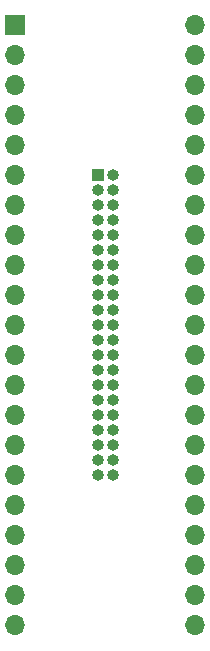
<source format=gbr>
%TF.GenerationSoftware,KiCad,Pcbnew,(6.0.7)*%
%TF.CreationDate,2022-08-07T18:45:19-07:00*%
%TF.ProjectId,DIP42-adapter,44495034-322d-4616-9461-707465722e6b,rev?*%
%TF.SameCoordinates,Original*%
%TF.FileFunction,Copper,L2,Bot*%
%TF.FilePolarity,Positive*%
%FSLAX46Y46*%
G04 Gerber Fmt 4.6, Leading zero omitted, Abs format (unit mm)*
G04 Created by KiCad (PCBNEW (6.0.7)) date 2022-08-07 18:45:19*
%MOMM*%
%LPD*%
G01*
G04 APERTURE LIST*
%TA.AperFunction,ComponentPad*%
%ADD10R,1.000000X1.000000*%
%TD*%
%TA.AperFunction,ComponentPad*%
%ADD11O,1.000000X1.000000*%
%TD*%
%TA.AperFunction,ComponentPad*%
%ADD12R,1.700000X1.700000*%
%TD*%
%TA.AperFunction,ComponentPad*%
%ADD13O,1.700000X1.700000*%
%TD*%
G04 APERTURE END LIST*
D10*
%TO.P,U1,1,Pin_1*%
%TO.N,Net-(U1-Pad1)*%
X143890000Y-68210000D03*
D11*
%TO.P,U1,2,Pin_2*%
%TO.N,Net-(U1-Pad2)*%
X143890000Y-69480000D03*
%TO.P,U1,3,Pin_3*%
%TO.N,Net-(U1-Pad3)*%
X143890000Y-70750000D03*
%TO.P,U1,4,Pin_4*%
%TO.N,Net-(U1-Pad4)*%
X143890000Y-72020000D03*
%TO.P,U1,5,Pin_5*%
%TO.N,Net-(U1-Pad5)*%
X143890000Y-73290000D03*
%TO.P,U1,6,Pin_6*%
%TO.N,Net-(U1-Pad6)*%
X143890000Y-74560000D03*
%TO.P,U1,7,Pin_7*%
%TO.N,Net-(U1-Pad7)*%
X143890000Y-75830000D03*
%TO.P,U1,8,Pin_8*%
%TO.N,Net-(U1-Pad8)*%
X143890000Y-77100000D03*
%TO.P,U1,9,Pin_9*%
%TO.N,Net-(U1-Pad9)*%
X143890000Y-78370000D03*
%TO.P,U1,10,Pin_10*%
%TO.N,Net-(U1-Pad10)*%
X143890000Y-79640000D03*
%TO.P,U1,11,Pin_11*%
%TO.N,Net-(U1-Pad11)*%
X143890000Y-80910000D03*
%TO.P,U1,12,Pin_12*%
%TO.N,Net-(U1-Pad12)*%
X143890000Y-82180000D03*
%TO.P,U1,13,Pin_13*%
%TO.N,Net-(U1-Pad13)*%
X143890000Y-83450000D03*
%TO.P,U1,14,Pin_14*%
%TO.N,Net-(U1-Pad14)*%
X143890000Y-84720000D03*
%TO.P,U1,15,Pin_15*%
%TO.N,Net-(U1-Pad15)*%
X143890000Y-85990000D03*
%TO.P,U1,16,Pin_16*%
%TO.N,Net-(U1-Pad16)*%
X143890000Y-87260000D03*
%TO.P,U1,17,Pin_17*%
%TO.N,Net-(U1-Pad17)*%
X143890000Y-88530000D03*
%TO.P,U1,18,Pin_18*%
%TO.N,Net-(U1-Pad18)*%
X143890000Y-89800000D03*
%TO.P,U1,19,Pin_19*%
%TO.N,Net-(U1-Pad19)*%
X143890000Y-91070000D03*
%TO.P,U1,20,Pin_20*%
%TO.N,Net-(U1-Pad20)*%
X143890000Y-92340000D03*
%TO.P,U1,21,Pin_21*%
%TO.N,Net-(U1-Pad21)*%
X143890000Y-93610000D03*
%TO.P,U1,22,Pin_22*%
%TO.N,Net-(U1-Pad22)*%
X145160000Y-93610000D03*
%TO.P,U1,23,Pin_23*%
%TO.N,Net-(U1-Pad23)*%
X145160000Y-92340000D03*
%TO.P,U1,24,Pin_24*%
%TO.N,Net-(U1-Pad24)*%
X145160000Y-91070000D03*
%TO.P,U1,25,Pin_25*%
%TO.N,Net-(U1-Pad25)*%
X145160000Y-89800000D03*
%TO.P,U1,26,Pin_26*%
%TO.N,Net-(U1-Pad26)*%
X145160000Y-88530000D03*
%TO.P,U1,27,Pin_27*%
%TO.N,Net-(U1-Pad27)*%
X145160000Y-87260000D03*
%TO.P,U1,28,Pin_28*%
%TO.N,Net-(U1-Pad28)*%
X145160000Y-85990000D03*
%TO.P,U1,29,Pin_29*%
%TO.N,Net-(U1-Pad29)*%
X145160000Y-84720000D03*
%TO.P,U1,30,Pin_30*%
%TO.N,Net-(U1-Pad30)*%
X145160000Y-83450000D03*
%TO.P,U1,31,Pin_31*%
%TO.N,Net-(U1-Pad31)*%
X145160000Y-82180000D03*
%TO.P,U1,32,Pin_32*%
%TO.N,Net-(U1-Pad32)*%
X145160000Y-80910000D03*
%TO.P,U1,33,Pin_33*%
%TO.N,Net-(U1-Pad33)*%
X145160000Y-79640000D03*
%TO.P,U1,34,Pin_34*%
%TO.N,Net-(U1-Pad34)*%
X145160000Y-78370000D03*
%TO.P,U1,35,Pin_35*%
%TO.N,Net-(U1-Pad35)*%
X145160000Y-77100000D03*
%TO.P,U1,36,Pin_36*%
%TO.N,Net-(U1-Pad36)*%
X145160000Y-75830000D03*
%TO.P,U1,37,Pin_37*%
%TO.N,Net-(U1-Pad37)*%
X145160000Y-74560000D03*
%TO.P,U1,38,Pin_38*%
%TO.N,Net-(U1-Pad38)*%
X145160000Y-73290000D03*
%TO.P,U1,39,Pin_39*%
%TO.N,Net-(U1-Pad39)*%
X145160000Y-72020000D03*
%TO.P,U1,40,Pin_40*%
%TO.N,Net-(U1-Pad40)*%
X145160000Y-70750000D03*
%TO.P,U1,41,Pin_41*%
%TO.N,Net-(U1-Pad41)*%
X145160000Y-69480000D03*
%TO.P,U1,42,Pin_42*%
%TO.N,Net-(U1-Pad42)*%
X145160000Y-68210000D03*
%TD*%
D12*
%TO.P,U2,1,A18*%
%TO.N,Net-(U1-Pad1)*%
X136842000Y-55508000D03*
D13*
%TO.P,U2,2,A17*%
%TO.N,Net-(U1-Pad2)*%
X136842000Y-58048000D03*
%TO.P,U2,3,A7*%
%TO.N,Net-(U1-Pad3)*%
X136842000Y-60588000D03*
%TO.P,U2,4,A6*%
%TO.N,Net-(U1-Pad4)*%
X136842000Y-63128000D03*
%TO.P,U2,5,A5*%
%TO.N,Net-(U1-Pad5)*%
X136842000Y-65668000D03*
%TO.P,U2,6,A4*%
%TO.N,Net-(U1-Pad6)*%
X136842000Y-68208000D03*
%TO.P,U2,7,A3*%
%TO.N,Net-(U1-Pad7)*%
X136842000Y-70748000D03*
%TO.P,U2,8,A2*%
%TO.N,Net-(U1-Pad8)*%
X136842000Y-73288000D03*
%TO.P,U2,9,A1*%
%TO.N,Net-(U1-Pad9)*%
X136842000Y-75828000D03*
%TO.P,U2,10,A0*%
%TO.N,Net-(U1-Pad10)*%
X136842000Y-78368000D03*
%TO.P,U2,11,~{E}*%
%TO.N,Net-(U1-Pad11)*%
X136842000Y-80908000D03*
%TO.P,U2,12,GND*%
%TO.N,Net-(U1-Pad12)*%
X136842000Y-83448000D03*
%TO.P,U2,13,~{GVPP}*%
%TO.N,Net-(U1-Pad13)*%
X136842000Y-85988000D03*
%TO.P,U2,14,D0*%
%TO.N,Net-(U1-Pad14)*%
X136842000Y-88528000D03*
%TO.P,U2,15,D8*%
%TO.N,Net-(U1-Pad15)*%
X136842000Y-91068000D03*
%TO.P,U2,16,D1*%
%TO.N,Net-(U1-Pad16)*%
X136842000Y-93608000D03*
%TO.P,U2,17,D9*%
%TO.N,Net-(U1-Pad17)*%
X136842000Y-96148000D03*
%TO.P,U2,18,D2*%
%TO.N,Net-(U1-Pad18)*%
X136842000Y-98688000D03*
%TO.P,U2,19,D10*%
%TO.N,Net-(U1-Pad19)*%
X136842000Y-101228000D03*
%TO.P,U2,20,D3*%
%TO.N,Net-(U1-Pad20)*%
X136842000Y-103768000D03*
%TO.P,U2,21,D11*%
%TO.N,Net-(U1-Pad21)*%
X136842000Y-106308000D03*
%TO.P,U2,22,VCC*%
%TO.N,Net-(U1-Pad22)*%
X152082000Y-106308000D03*
%TO.P,U2,23,D4*%
%TO.N,Net-(U1-Pad23)*%
X152082000Y-103768000D03*
%TO.P,U2,24,D12*%
%TO.N,Net-(U1-Pad24)*%
X152082000Y-101228000D03*
%TO.P,U2,25,D5*%
%TO.N,Net-(U1-Pad25)*%
X152082000Y-98688000D03*
%TO.P,U2,26,D13*%
%TO.N,Net-(U1-Pad26)*%
X152082000Y-96148000D03*
%TO.P,U2,27,D6*%
%TO.N,Net-(U1-Pad27)*%
X152082000Y-93608000D03*
%TO.P,U2,28,D14*%
%TO.N,Net-(U1-Pad28)*%
X152082000Y-91068000D03*
%TO.P,U2,29,D7*%
%TO.N,Net-(U1-Pad29)*%
X152082000Y-88528000D03*
%TO.P,U2,30,D15*%
%TO.N,Net-(U1-Pad30)*%
X152082000Y-85988000D03*
%TO.P,U2,31,GND*%
%TO.N,Net-(U1-Pad31)*%
X152082000Y-83448000D03*
%TO.P,U2,32,A20*%
%TO.N,Net-(U1-Pad32)*%
X152082000Y-80908000D03*
%TO.P,U2,33,A16*%
%TO.N,Net-(U1-Pad33)*%
X152082000Y-78368000D03*
%TO.P,U2,34,A15*%
%TO.N,Net-(U1-Pad34)*%
X152082000Y-75828000D03*
%TO.P,U2,35,A14*%
%TO.N,Net-(U1-Pad35)*%
X152082000Y-73288000D03*
%TO.P,U2,36,A13*%
%TO.N,Net-(U1-Pad36)*%
X152082000Y-70748000D03*
%TO.P,U2,37,A12*%
%TO.N,Net-(U1-Pad37)*%
X152082000Y-68208000D03*
%TO.P,U2,38,A11*%
%TO.N,Net-(U1-Pad38)*%
X152082000Y-65668000D03*
%TO.P,U2,39,A10*%
%TO.N,Net-(U1-Pad39)*%
X152082000Y-63128000D03*
%TO.P,U2,40,A9*%
%TO.N,Net-(U1-Pad40)*%
X152082000Y-60588000D03*
%TO.P,U2,41,A8*%
%TO.N,Net-(U1-Pad41)*%
X152082000Y-58048000D03*
%TO.P,U2,42,A19*%
%TO.N,Net-(U1-Pad42)*%
X152082000Y-55508000D03*
%TD*%
M02*

</source>
